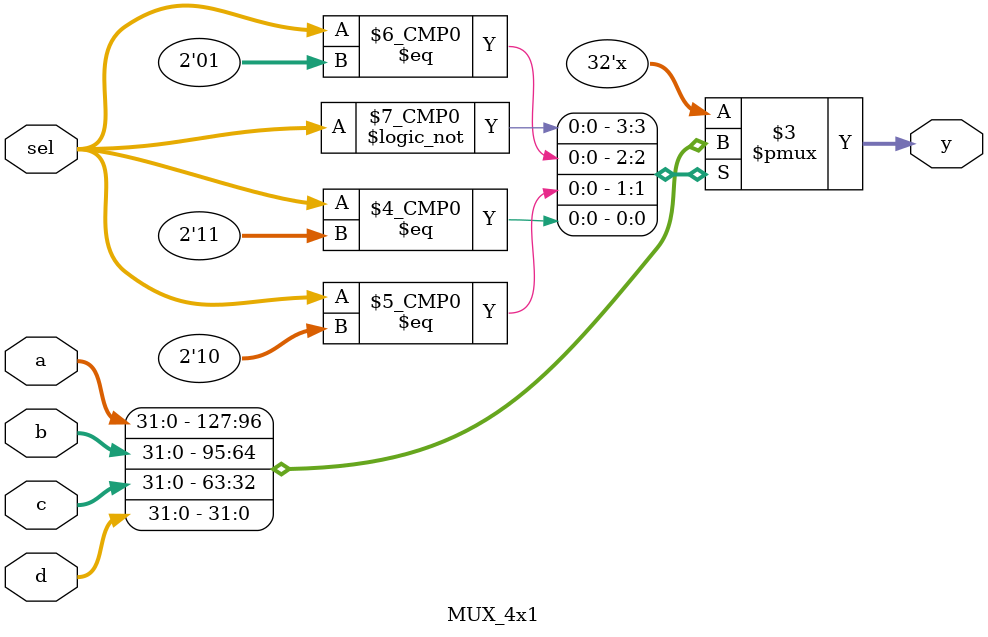
<source format=sv>
`timescale 1ns / 1ps

module datapath (
    input  logic [31:0] Instr_rdata,
    input  logic        clk,
    input  logic        reset,
    input  logic [ 3:0] alu_control_en,
    input  logic        imm_en,
    input  logic [ 2:0] B_type_data,
    input  logic        register_write_en,
    output logic [31:0] Instr_Addr,
    output logic [31:0] alu_result,
    output logic [31:0] mem_wdata,
    input  logic [31:0] mem_rdata,
    input  logic [ 1:0] rd_mux_en
);

    logic [31:0]
        regster_data1,
        regster_data2,
        pc_out,
        pc_in,
        pc_plus4,
        imm_addr,
        mux_rd_data,
        mux_regster_data2,
        branch_target,
        mux_brach_pc_in,
        lui_result,
        alui_result;

    logic branch_en;

    assign Instr_Addr = pc_out;
    assign mem_wdata  = regster_data2;
    assign lui_result = imm_addr;

    // PC + 4
    adder U_ADD (
        .a(pc_out),
        .b(32'd4),
        .y(pc_plus4)
    );

    assign branch_target = pc_out + imm_addr;
    assign alui_result = pc_out + imm_addr;

    MUX_2x1 U_PC_IMM_MUX (
        .a (branch_target),  // branch taken
        .b (pc_plus4),       // normal
        .en(branch_en),
        .y (pc_in)
    );

    program_counter U_PC (
        .clk  (clk),
        .reset(reset),
        .q_in (pc_in),
        .pc   (pc_out)
    );

    regfile U_REGFILE (
        .clk(clk),
        .RA1(Instr_rdata[19:15]),
        .RA2(Instr_rdata[24:20]),
        .WA (Instr_rdata[11:7]),
        .WD (mux_rd_data),
        .WE (register_write_en),
        .RD1(regster_data1),
        .RD2(regster_data2)
    );

    imm_extend U_IMM_EXTEND (
        .instr_opcode(Instr_rdata),
        .imm_addr    (imm_addr)
    );

    MUX_2x1 U_IMM_MUX (
        .a (imm_addr),
        .b (regster_data2),
        .en(imm_en),
        .y (mux_regster_data2)
    );

    ALU U_ALU (
        .RS1           (regster_data1),
        .RS2           (mux_regster_data2),
        .alu_control_en(alu_control_en),
        .B_type_data   (B_type_data),
        .alu_result    (alu_result),
        .branch_en     (branch_en)
    );

    MUX_4x1 U_RD_MUX_4 (
        .a  (alu_result),
        .b  (mem_rdata),
        .c  (lui_result),
        .d  (alui_result),
        .sel(rd_mux_en),
        .y  (mux_rd_data)
    );

endmodule

module program_counter (
    input  logic        clk,
    input  logic        reset,
    input  logic [31:0] q_in,
    output logic [31:0] pc
);

    always @(posedge clk, posedge reset) begin
        if (reset) begin
            pc <= 32'd0;
        end else begin
            pc <= q_in;
        end
    end

endmodule

module regfile (
    input  logic        clk,
    input  logic [ 4:0] RA1,
    input  logic [ 4:0] RA2,
    input  logic [ 4:0] WA,
    input  logic [31:0] WD,
    input  logic        WE,
    output logic [31:0] RD1,
    output logic [31:0] RD2
);

    logic [31:0] reg_file[0:31];
    integer j;

    initial begin
        for (j = 0; j < 32; j++) begin
            reg_file[j] = j;
        end
    end

    always_ff @(posedge clk) begin
        if (WE && WA != 0) begin
            reg_file[WA] <= WD;
        end
    end

    assign RD1 = (RA1 == 0) ? 32'b0 : reg_file[RA1];
    assign RD2 = (RA2 == 0) ? 32'b0 : reg_file[RA2];

endmodule

module ALU (
    input  logic [31:0] RS1,
    input  logic [31:0] RS2,
    input  logic [ 3:0] alu_control_en,
    input  logic [ 2:0] B_type_data,
    output logic [31:0] alu_result,
    output logic        branch_en
);

    always @(*) begin
        alu_result = 32'd0;
        case (alu_control_en)
            4'b0000: begin  //add
                alu_result = RS1 + RS2;
            end
            4'b0001: begin  //sll
                alu_result = RS1 << RS2[4:0];
            end
            4'b0010: begin  //
                alu_result = ($signed(RS1) < $signed(RS2)) ? 1 : 0;
            end
            4'b0011: begin
                alu_result = ($unsigned(RS1) < $unsigned(RS2)) ? 1 : 0;
            end
            4'b0100: begin
                alu_result = RS1 ^ RS2;
            end
            4'b0101: begin
                alu_result = RS1 >> RS2[4:0];
            end
            4'b0110: begin
                alu_result = RS1 | RS2;
            end
            4'b0111: begin
                alu_result = RS1 & RS2;
            end
            4'b1000: begin
                alu_result = RS1 - RS2;
            end
            4'b1101: begin
                alu_result = $signed(RS1) >>> (RS2[4:0]);
            end
        endcase
    end

    always @(*) begin
        case (B_type_data)
            3'b000: branch_en = (RS1 == RS2) ? 1'b1 : 1'b0;
            3'b001: branch_en = (RS1 != RS2) ? 1'b1 : 1'b0;
            3'b100: branch_en = ($signed(RS1) < $signed(RS2)) ? 1'b1 : 1'b0;
            3'b101: branch_en = ($signed(RS1) >= $signed(RS2)) ? 1'b1 : 1'b0;
            3'b110: branch_en = ($unsigned(RS1) < $unsigned(RS2)) ? 1'b1 : 1'b0;
            3'b111:
            branch_en = ($unsigned(RS1) >= $unsigned(RS2)) ? 1'b1 : 1'b0;
            default: branch_en = 1'b0;
        endcase
    end
endmodule

module imm_extend (
    input  logic [31:0] instr_opcode,
    output logic [31:0] imm_addr
);

    logic [2:0] funt_3;
    assign funt_3 = instr_opcode[14:12];

    always_comb begin
        imm_addr = 32'b0;
        if (instr_opcode[6:0] == 7'b0010011) begin
            case (funt_3)
                3'b001, 3'b101:  // SLLI, SRLI, SRAI
                imm_addr = {27'b0, instr_opcode[24:20]};
                3'b011: imm_addr = {20'b0, instr_opcode[31:20]};
                default:
                imm_addr = {{20{instr_opcode[31]}}, instr_opcode[31:20]};
            endcase
        end
        if (instr_opcode[6:0] == 7'b0100011) begin
            imm_addr = {
                {20{instr_opcode[31]}}, instr_opcode[31:25], instr_opcode[11:7]
            };
        end
        if (instr_opcode[6:0] == 7'b0000011) begin
            imm_addr = {{20{instr_opcode[31]}}, instr_opcode[31:20]};
        end
        if (instr_opcode[6:0] == 7'b1100011) begin
            imm_addr = {
                {19{instr_opcode[31]}},
                instr_opcode[31],
                instr_opcode[7],
                instr_opcode[30:25],
                instr_opcode[11:8],
                1'b0
            };
        end
        if (instr_opcode[6:0] == 7'b0110111) begin
            imm_addr = {instr_opcode[31:12], 12'b0};
        end
        if (instr_opcode[6:0] == 7'b0010111) begin
            imm_addr = {instr_opcode[31:12], 12'b0};
        end

    end

endmodule


module adder (
    input  logic [31:0] a,
    input  logic [31:0] b,
    output logic [31:0] y
);

    assign y = a + b;

endmodule


module MUX_2x1 (
    input logic [31:0] a,
    input logic [31:0] b,
    input logic en,
    output logic [31:0] y
);

    assign y = en ? a : b;

endmodule

module MUX_4x1 (
    input  logic [31:0] a,
    input  logic [31:0] b,
    input  logic [31:0] c,
    input  logic [31:0] d,
    input  logic [ 1:0] sel,
    output logic [31:0] y
);

    always_comb begin
        case (sel)
            2'b00:   y = a;
            2'b01:   y = b;
            2'b10:   y = c;
            2'b11:   y = d;
            default: y = 32'bx;
        endcase
    end

endmodule

</source>
